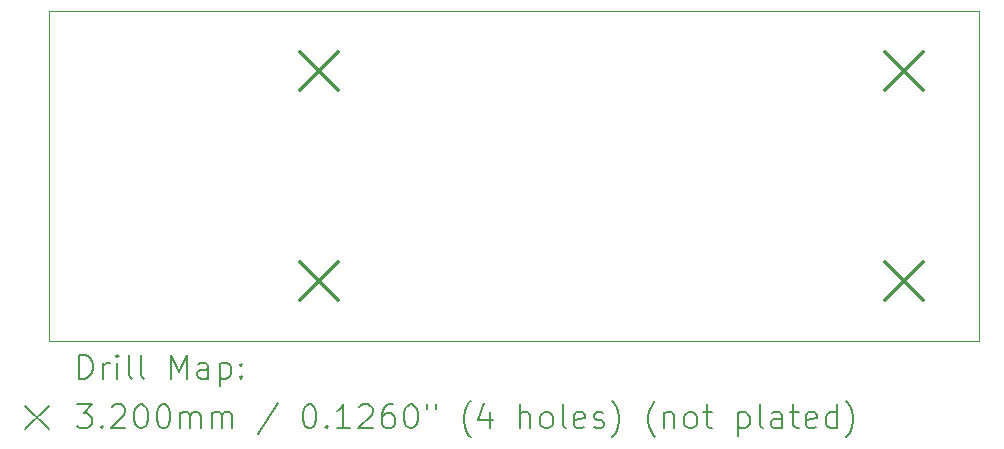
<source format=gbr>
%FSLAX45Y45*%
G04 Gerber Fmt 4.5, Leading zero omitted, Abs format (unit mm)*
G04 Created by KiCad (PCBNEW (6.0.2)) date 2022-03-25 16:37:05*
%MOMM*%
%LPD*%
G01*
G04 APERTURE LIST*
%TA.AperFunction,Profile*%
%ADD10C,0.100000*%
%TD*%
%ADD11C,0.200000*%
%ADD12C,0.320000*%
G04 APERTURE END LIST*
D10*
X11938000Y-6604000D02*
X19812000Y-6604000D01*
X19812000Y-6604000D02*
X19812000Y-9398000D01*
X19812000Y-9398000D02*
X11938000Y-9398000D01*
X11938000Y-9398000D02*
X11938000Y-6604000D01*
D11*
D12*
X14064000Y-6952000D02*
X14384000Y-7272000D01*
X14384000Y-6952000D02*
X14064000Y-7272000D01*
X14064000Y-8730000D02*
X14384000Y-9050000D01*
X14384000Y-8730000D02*
X14064000Y-9050000D01*
X19017000Y-6952000D02*
X19337000Y-7272000D01*
X19337000Y-6952000D02*
X19017000Y-7272000D01*
X19017000Y-8730000D02*
X19337000Y-9050000D01*
X19337000Y-8730000D02*
X19017000Y-9050000D01*
D11*
X12190619Y-9713476D02*
X12190619Y-9513476D01*
X12238238Y-9513476D01*
X12266809Y-9523000D01*
X12285857Y-9542048D01*
X12295381Y-9561095D01*
X12304905Y-9599190D01*
X12304905Y-9627762D01*
X12295381Y-9665857D01*
X12285857Y-9684905D01*
X12266809Y-9703952D01*
X12238238Y-9713476D01*
X12190619Y-9713476D01*
X12390619Y-9713476D02*
X12390619Y-9580143D01*
X12390619Y-9618238D02*
X12400143Y-9599190D01*
X12409667Y-9589667D01*
X12428714Y-9580143D01*
X12447762Y-9580143D01*
X12514428Y-9713476D02*
X12514428Y-9580143D01*
X12514428Y-9513476D02*
X12504905Y-9523000D01*
X12514428Y-9532524D01*
X12523952Y-9523000D01*
X12514428Y-9513476D01*
X12514428Y-9532524D01*
X12638238Y-9713476D02*
X12619190Y-9703952D01*
X12609667Y-9684905D01*
X12609667Y-9513476D01*
X12743000Y-9713476D02*
X12723952Y-9703952D01*
X12714428Y-9684905D01*
X12714428Y-9513476D01*
X12971571Y-9713476D02*
X12971571Y-9513476D01*
X13038238Y-9656333D01*
X13104905Y-9513476D01*
X13104905Y-9713476D01*
X13285857Y-9713476D02*
X13285857Y-9608714D01*
X13276333Y-9589667D01*
X13257286Y-9580143D01*
X13219190Y-9580143D01*
X13200143Y-9589667D01*
X13285857Y-9703952D02*
X13266809Y-9713476D01*
X13219190Y-9713476D01*
X13200143Y-9703952D01*
X13190619Y-9684905D01*
X13190619Y-9665857D01*
X13200143Y-9646810D01*
X13219190Y-9637286D01*
X13266809Y-9637286D01*
X13285857Y-9627762D01*
X13381095Y-9580143D02*
X13381095Y-9780143D01*
X13381095Y-9589667D02*
X13400143Y-9580143D01*
X13438238Y-9580143D01*
X13457286Y-9589667D01*
X13466809Y-9599190D01*
X13476333Y-9618238D01*
X13476333Y-9675381D01*
X13466809Y-9694429D01*
X13457286Y-9703952D01*
X13438238Y-9713476D01*
X13400143Y-9713476D01*
X13381095Y-9703952D01*
X13562048Y-9694429D02*
X13571571Y-9703952D01*
X13562048Y-9713476D01*
X13552524Y-9703952D01*
X13562048Y-9694429D01*
X13562048Y-9713476D01*
X13562048Y-9589667D02*
X13571571Y-9599190D01*
X13562048Y-9608714D01*
X13552524Y-9599190D01*
X13562048Y-9589667D01*
X13562048Y-9608714D01*
X11733000Y-9943000D02*
X11933000Y-10143000D01*
X11933000Y-9943000D02*
X11733000Y-10143000D01*
X12171571Y-9933476D02*
X12295381Y-9933476D01*
X12228714Y-10009667D01*
X12257286Y-10009667D01*
X12276333Y-10019190D01*
X12285857Y-10028714D01*
X12295381Y-10047762D01*
X12295381Y-10095381D01*
X12285857Y-10114429D01*
X12276333Y-10123952D01*
X12257286Y-10133476D01*
X12200143Y-10133476D01*
X12181095Y-10123952D01*
X12171571Y-10114429D01*
X12381095Y-10114429D02*
X12390619Y-10123952D01*
X12381095Y-10133476D01*
X12371571Y-10123952D01*
X12381095Y-10114429D01*
X12381095Y-10133476D01*
X12466809Y-9952524D02*
X12476333Y-9943000D01*
X12495381Y-9933476D01*
X12543000Y-9933476D01*
X12562048Y-9943000D01*
X12571571Y-9952524D01*
X12581095Y-9971571D01*
X12581095Y-9990619D01*
X12571571Y-10019190D01*
X12457286Y-10133476D01*
X12581095Y-10133476D01*
X12704905Y-9933476D02*
X12723952Y-9933476D01*
X12743000Y-9943000D01*
X12752524Y-9952524D01*
X12762048Y-9971571D01*
X12771571Y-10009667D01*
X12771571Y-10057286D01*
X12762048Y-10095381D01*
X12752524Y-10114429D01*
X12743000Y-10123952D01*
X12723952Y-10133476D01*
X12704905Y-10133476D01*
X12685857Y-10123952D01*
X12676333Y-10114429D01*
X12666809Y-10095381D01*
X12657286Y-10057286D01*
X12657286Y-10009667D01*
X12666809Y-9971571D01*
X12676333Y-9952524D01*
X12685857Y-9943000D01*
X12704905Y-9933476D01*
X12895381Y-9933476D02*
X12914428Y-9933476D01*
X12933476Y-9943000D01*
X12943000Y-9952524D01*
X12952524Y-9971571D01*
X12962048Y-10009667D01*
X12962048Y-10057286D01*
X12952524Y-10095381D01*
X12943000Y-10114429D01*
X12933476Y-10123952D01*
X12914428Y-10133476D01*
X12895381Y-10133476D01*
X12876333Y-10123952D01*
X12866809Y-10114429D01*
X12857286Y-10095381D01*
X12847762Y-10057286D01*
X12847762Y-10009667D01*
X12857286Y-9971571D01*
X12866809Y-9952524D01*
X12876333Y-9943000D01*
X12895381Y-9933476D01*
X13047762Y-10133476D02*
X13047762Y-10000143D01*
X13047762Y-10019190D02*
X13057286Y-10009667D01*
X13076333Y-10000143D01*
X13104905Y-10000143D01*
X13123952Y-10009667D01*
X13133476Y-10028714D01*
X13133476Y-10133476D01*
X13133476Y-10028714D02*
X13143000Y-10009667D01*
X13162048Y-10000143D01*
X13190619Y-10000143D01*
X13209667Y-10009667D01*
X13219190Y-10028714D01*
X13219190Y-10133476D01*
X13314428Y-10133476D02*
X13314428Y-10000143D01*
X13314428Y-10019190D02*
X13323952Y-10009667D01*
X13343000Y-10000143D01*
X13371571Y-10000143D01*
X13390619Y-10009667D01*
X13400143Y-10028714D01*
X13400143Y-10133476D01*
X13400143Y-10028714D02*
X13409667Y-10009667D01*
X13428714Y-10000143D01*
X13457286Y-10000143D01*
X13476333Y-10009667D01*
X13485857Y-10028714D01*
X13485857Y-10133476D01*
X13876333Y-9923952D02*
X13704905Y-10181095D01*
X14133476Y-9933476D02*
X14152524Y-9933476D01*
X14171571Y-9943000D01*
X14181095Y-9952524D01*
X14190619Y-9971571D01*
X14200143Y-10009667D01*
X14200143Y-10057286D01*
X14190619Y-10095381D01*
X14181095Y-10114429D01*
X14171571Y-10123952D01*
X14152524Y-10133476D01*
X14133476Y-10133476D01*
X14114428Y-10123952D01*
X14104905Y-10114429D01*
X14095381Y-10095381D01*
X14085857Y-10057286D01*
X14085857Y-10009667D01*
X14095381Y-9971571D01*
X14104905Y-9952524D01*
X14114428Y-9943000D01*
X14133476Y-9933476D01*
X14285857Y-10114429D02*
X14295381Y-10123952D01*
X14285857Y-10133476D01*
X14276333Y-10123952D01*
X14285857Y-10114429D01*
X14285857Y-10133476D01*
X14485857Y-10133476D02*
X14371571Y-10133476D01*
X14428714Y-10133476D02*
X14428714Y-9933476D01*
X14409667Y-9962048D01*
X14390619Y-9981095D01*
X14371571Y-9990619D01*
X14562048Y-9952524D02*
X14571571Y-9943000D01*
X14590619Y-9933476D01*
X14638238Y-9933476D01*
X14657286Y-9943000D01*
X14666809Y-9952524D01*
X14676333Y-9971571D01*
X14676333Y-9990619D01*
X14666809Y-10019190D01*
X14552524Y-10133476D01*
X14676333Y-10133476D01*
X14847762Y-9933476D02*
X14809667Y-9933476D01*
X14790619Y-9943000D01*
X14781095Y-9952524D01*
X14762048Y-9981095D01*
X14752524Y-10019190D01*
X14752524Y-10095381D01*
X14762048Y-10114429D01*
X14771571Y-10123952D01*
X14790619Y-10133476D01*
X14828714Y-10133476D01*
X14847762Y-10123952D01*
X14857286Y-10114429D01*
X14866809Y-10095381D01*
X14866809Y-10047762D01*
X14857286Y-10028714D01*
X14847762Y-10019190D01*
X14828714Y-10009667D01*
X14790619Y-10009667D01*
X14771571Y-10019190D01*
X14762048Y-10028714D01*
X14752524Y-10047762D01*
X14990619Y-9933476D02*
X15009667Y-9933476D01*
X15028714Y-9943000D01*
X15038238Y-9952524D01*
X15047762Y-9971571D01*
X15057286Y-10009667D01*
X15057286Y-10057286D01*
X15047762Y-10095381D01*
X15038238Y-10114429D01*
X15028714Y-10123952D01*
X15009667Y-10133476D01*
X14990619Y-10133476D01*
X14971571Y-10123952D01*
X14962048Y-10114429D01*
X14952524Y-10095381D01*
X14943000Y-10057286D01*
X14943000Y-10009667D01*
X14952524Y-9971571D01*
X14962048Y-9952524D01*
X14971571Y-9943000D01*
X14990619Y-9933476D01*
X15133476Y-9933476D02*
X15133476Y-9971571D01*
X15209667Y-9933476D02*
X15209667Y-9971571D01*
X15504905Y-10209667D02*
X15495381Y-10200143D01*
X15476333Y-10171571D01*
X15466809Y-10152524D01*
X15457286Y-10123952D01*
X15447762Y-10076333D01*
X15447762Y-10038238D01*
X15457286Y-9990619D01*
X15466809Y-9962048D01*
X15476333Y-9943000D01*
X15495381Y-9914429D01*
X15504905Y-9904905D01*
X15666809Y-10000143D02*
X15666809Y-10133476D01*
X15619190Y-9923952D02*
X15571571Y-10066810D01*
X15695381Y-10066810D01*
X15923952Y-10133476D02*
X15923952Y-9933476D01*
X16009667Y-10133476D02*
X16009667Y-10028714D01*
X16000143Y-10009667D01*
X15981095Y-10000143D01*
X15952524Y-10000143D01*
X15933476Y-10009667D01*
X15923952Y-10019190D01*
X16133476Y-10133476D02*
X16114428Y-10123952D01*
X16104905Y-10114429D01*
X16095381Y-10095381D01*
X16095381Y-10038238D01*
X16104905Y-10019190D01*
X16114428Y-10009667D01*
X16133476Y-10000143D01*
X16162048Y-10000143D01*
X16181095Y-10009667D01*
X16190619Y-10019190D01*
X16200143Y-10038238D01*
X16200143Y-10095381D01*
X16190619Y-10114429D01*
X16181095Y-10123952D01*
X16162048Y-10133476D01*
X16133476Y-10133476D01*
X16314428Y-10133476D02*
X16295381Y-10123952D01*
X16285857Y-10104905D01*
X16285857Y-9933476D01*
X16466809Y-10123952D02*
X16447762Y-10133476D01*
X16409667Y-10133476D01*
X16390619Y-10123952D01*
X16381095Y-10104905D01*
X16381095Y-10028714D01*
X16390619Y-10009667D01*
X16409667Y-10000143D01*
X16447762Y-10000143D01*
X16466809Y-10009667D01*
X16476333Y-10028714D01*
X16476333Y-10047762D01*
X16381095Y-10066810D01*
X16552524Y-10123952D02*
X16571571Y-10133476D01*
X16609667Y-10133476D01*
X16628714Y-10123952D01*
X16638238Y-10104905D01*
X16638238Y-10095381D01*
X16628714Y-10076333D01*
X16609667Y-10066810D01*
X16581095Y-10066810D01*
X16562048Y-10057286D01*
X16552524Y-10038238D01*
X16552524Y-10028714D01*
X16562048Y-10009667D01*
X16581095Y-10000143D01*
X16609667Y-10000143D01*
X16628714Y-10009667D01*
X16704905Y-10209667D02*
X16714428Y-10200143D01*
X16733476Y-10171571D01*
X16743000Y-10152524D01*
X16752524Y-10123952D01*
X16762048Y-10076333D01*
X16762048Y-10038238D01*
X16752524Y-9990619D01*
X16743000Y-9962048D01*
X16733476Y-9943000D01*
X16714428Y-9914429D01*
X16704905Y-9904905D01*
X17066810Y-10209667D02*
X17057286Y-10200143D01*
X17038238Y-10171571D01*
X17028714Y-10152524D01*
X17019190Y-10123952D01*
X17009667Y-10076333D01*
X17009667Y-10038238D01*
X17019190Y-9990619D01*
X17028714Y-9962048D01*
X17038238Y-9943000D01*
X17057286Y-9914429D01*
X17066810Y-9904905D01*
X17143000Y-10000143D02*
X17143000Y-10133476D01*
X17143000Y-10019190D02*
X17152524Y-10009667D01*
X17171571Y-10000143D01*
X17200143Y-10000143D01*
X17219190Y-10009667D01*
X17228714Y-10028714D01*
X17228714Y-10133476D01*
X17352524Y-10133476D02*
X17333476Y-10123952D01*
X17323952Y-10114429D01*
X17314429Y-10095381D01*
X17314429Y-10038238D01*
X17323952Y-10019190D01*
X17333476Y-10009667D01*
X17352524Y-10000143D01*
X17381095Y-10000143D01*
X17400143Y-10009667D01*
X17409667Y-10019190D01*
X17419190Y-10038238D01*
X17419190Y-10095381D01*
X17409667Y-10114429D01*
X17400143Y-10123952D01*
X17381095Y-10133476D01*
X17352524Y-10133476D01*
X17476333Y-10000143D02*
X17552524Y-10000143D01*
X17504905Y-9933476D02*
X17504905Y-10104905D01*
X17514429Y-10123952D01*
X17533476Y-10133476D01*
X17552524Y-10133476D01*
X17771571Y-10000143D02*
X17771571Y-10200143D01*
X17771571Y-10009667D02*
X17790619Y-10000143D01*
X17828714Y-10000143D01*
X17847762Y-10009667D01*
X17857286Y-10019190D01*
X17866810Y-10038238D01*
X17866810Y-10095381D01*
X17857286Y-10114429D01*
X17847762Y-10123952D01*
X17828714Y-10133476D01*
X17790619Y-10133476D01*
X17771571Y-10123952D01*
X17981095Y-10133476D02*
X17962048Y-10123952D01*
X17952524Y-10104905D01*
X17952524Y-9933476D01*
X18143000Y-10133476D02*
X18143000Y-10028714D01*
X18133476Y-10009667D01*
X18114429Y-10000143D01*
X18076333Y-10000143D01*
X18057286Y-10009667D01*
X18143000Y-10123952D02*
X18123952Y-10133476D01*
X18076333Y-10133476D01*
X18057286Y-10123952D01*
X18047762Y-10104905D01*
X18047762Y-10085857D01*
X18057286Y-10066810D01*
X18076333Y-10057286D01*
X18123952Y-10057286D01*
X18143000Y-10047762D01*
X18209667Y-10000143D02*
X18285857Y-10000143D01*
X18238238Y-9933476D02*
X18238238Y-10104905D01*
X18247762Y-10123952D01*
X18266810Y-10133476D01*
X18285857Y-10133476D01*
X18428714Y-10123952D02*
X18409667Y-10133476D01*
X18371571Y-10133476D01*
X18352524Y-10123952D01*
X18343000Y-10104905D01*
X18343000Y-10028714D01*
X18352524Y-10009667D01*
X18371571Y-10000143D01*
X18409667Y-10000143D01*
X18428714Y-10009667D01*
X18438238Y-10028714D01*
X18438238Y-10047762D01*
X18343000Y-10066810D01*
X18609667Y-10133476D02*
X18609667Y-9933476D01*
X18609667Y-10123952D02*
X18590619Y-10133476D01*
X18552524Y-10133476D01*
X18533476Y-10123952D01*
X18523952Y-10114429D01*
X18514429Y-10095381D01*
X18514429Y-10038238D01*
X18523952Y-10019190D01*
X18533476Y-10009667D01*
X18552524Y-10000143D01*
X18590619Y-10000143D01*
X18609667Y-10009667D01*
X18685857Y-10209667D02*
X18695381Y-10200143D01*
X18714429Y-10171571D01*
X18723952Y-10152524D01*
X18733476Y-10123952D01*
X18743000Y-10076333D01*
X18743000Y-10038238D01*
X18733476Y-9990619D01*
X18723952Y-9962048D01*
X18714429Y-9943000D01*
X18695381Y-9914429D01*
X18685857Y-9904905D01*
M02*

</source>
